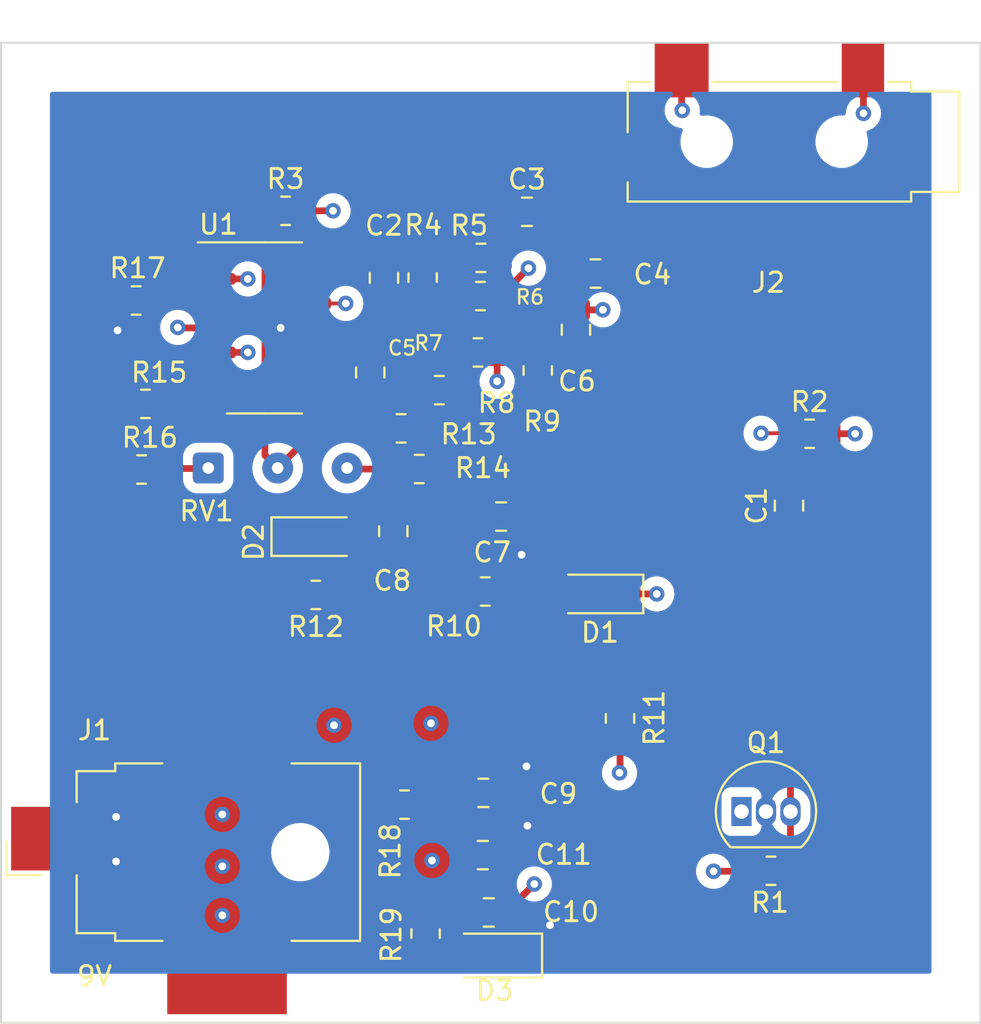
<source format=kicad_pcb>
(kicad_pcb (version 20211014) (generator pcbnew)
  (layers (0 "F.Cu" signal) (1 "In1.Cu" signal) (2 "In2.Cu" signal) (31 "B.Cu" signal) (34 "B.Paste" user) (35 "F.Paste" user) (36 "B.SilkS" user "B.Silkscreen") (37 "F.SilkS" user "F.Silkscreen") (38 "B.Mask" user) (39 "F.Mask" user) (44 "Edge.Cuts" user))
  (net 0 "")
  (net 1 "Net-(C1-Pad1)")
  (net 2 "Net-(C3-Pad1)")
  (net 3 "Net-(C3-Pad2)")
  (net 4 "Net-(C6-Pad2)")
  (net 5 "Net-(C7-Pad1)")
  (net 6 "-4V5")
  (net 7 "Net-(C6-Pad1)")
  (net 8 "GNDD")
  (net 9 "+4V5")
  (net 10 "Net-(D3-Pad2)")
  (net 12 "Net-(D2-Pad2)")
  (net 13 "Net-(R16-Pad2)")
  (net 14 "Net-(R14-Pad1)")
  (net 15 "/U1D-P")
  (net 16 "/U1D-N")
  (net 17 "/U1D-O")
  (net 18 "/U1C-P")
  (net 19 "/U1C-N")
  (net 20 "/U1C-O")
  (net 21 "/U1B-N")
  (net 22 "/U1B-O")
  (net 23 "/U1A-O")
  (net 24 "/U1A-P")
  (footprint "Resistor_SMD:R_0805_2012Metric_Pad1.20x1.40mm_HandSolder" (layer "F.Cu") (at 92.7354 71.0692)
    (fp_text reference "R2" (at 0 -1.65) (layer "F.SilkS"))
    (fp_text value "1M")
    (fp_line (start -0.227064 -0.735) (end 0.227064 -0.735) (layer "F.SilkS") (width 0.12))
    (fp_line (start -0.227064 0.735) (end 0.227064 0.735) (layer "F.SilkS") (width 0.12))
    (pad "1" smd roundrect (at -1 0) (size 1.2 1.4) (layers "F.Cu" "F.Paste" "F.Mask") (roundrect_rratio 0.208333) (net 15 "/U1D-P"))
    (pad "2" smd roundrect (at 1 0) (size 1.2 1.4) (layers "F.Cu" "F.Paste" "F.Mask") (roundrect_rratio 0.208333) (net 8 "GNDD"))
  )
  (footprint "Resistor_SMD:R_0805_2012Metric_Pad1.20x1.40mm_HandSolder" (layer "F.Cu") (at 75.6666 63.9318)
    (fp_text reference "R6" (at 2.5654 0.0508) (layer "F.SilkS") (effects (font (size 0.75 0.75) (thickness 0.12))))
    (fp_text value "1M")
    (fp_line (start -0.227064 0.735) (end 0.227064 0.735) (layer "F.SilkS") (width 0.12))
    (fp_line (start -0.227064 -0.735) (end 0.227064 -0.735) (layer "F.SilkS") (width 0.12))
    (pad "1" smd roundrect (at -1 0) (size 1.2 1.4) (layers "F.Cu" "F.Paste" "F.Mask") (roundrect_rratio 0.208333) (net 18 "/U1C-P"))
    (pad "2" smd roundrect (at 1 0) (size 1.2 1.4) (layers "F.Cu" "F.Paste" "F.Mask") (roundrect_rratio 0.208333) (net 8 "GNDD"))
  )
  (footprint "Package_SO:SOIC-14_3.9x8.7mm_P1.27mm" (layer "F.Cu") (at 64.4652 65.5828)
    (fp_text reference "U1" (at -2.3876 -5.3594) (layer "F.SilkS"))
    (fp_text value "TL084")
    (fp_line (start 0 4.435) (end -1.95 4.435) (layer "F.SilkS") (width 0.12))
    (fp_line (start 0 -4.435) (end -3.45 -4.435) (layer "F.SilkS") (width 0.12))
    (fp_line (start 0 4.435) (end 1.95 4.435) (layer "F.SilkS") (width 0.12))
    (fp_line (start 0 -4.435) (end 1.95 -4.435) (layer "F.SilkS") (width 0.12))
    (pad "1" smd roundrect (at -2.475 -3.81) (size 1.95 0.6) (layers "F.Cu" "F.Paste" "F.Mask") (net 23 "/U1A-O"))
    (pad "2" smd roundrect (at -2.475 -2.54) (size 1.95 0.6) (layers "F.Cu" "F.Paste" "F.Mask") (net 8 "GNDD"))
    (pad "3" smd roundrect (at -2.475 -1.27) (size 1.95 0.6) (layers "F.Cu" "F.Paste" "F.Mask") (net 24 "/U1A-P"))
    (pad "4" smd roundrect (at -2.475 0) (size 1.95 0.6) (layers "F.Cu" "F.Paste" "F.Mask") (net 9 "+4V5"))
    (pad "5" smd roundrect (at -2.475 1.27) (size 1.95 0.6) (layers "F.Cu" "F.Paste" "F.Mask") (net 8 "GNDD"))
    (pad "6" smd roundrect (at -2.475 2.54) (size 1.95 0.6) (layers "F.Cu" "F.Paste" "F.Mask") (net 21 "/U1B-N"))
    (pad "7" smd roundrect (at -2.475 3.81) (size 1.95 0.6) (layers "F.Cu" "F.Paste" "F.Mask") (net 22 "/U1B-O"))
    (pad "8" smd roundrect (at 2.475 3.81) (size 1.95 0.6) (layers "F.Cu" "F.Paste" "F.Mask") (net 20 "/U1C-O"))
    (pad "9" smd roundrect (at 2.475 2.54) (size 1.95 0.6) (layers "F.Cu" "F.Paste" "F.Mask") (net 19 "/U1C-N"))
    (pad "10" smd roundrect (at 2.475 1.27) (size 1.95 0.6) (layers "F.Cu" "F.Paste" "F.Mask") (net 18 "/U1C-P"))
    (pad "11" smd roundrect (at 2.475 0) (size 1.95 0.6) (layers "F.Cu" "F.Paste" "F.Mask") (net 6 "-4V5"))
    (pad "12" smd roundrect (at 2.475 -1.27) (size 1.95 0.6) (layers "F.Cu" "F.Paste" "F.Mask") (net 15 "/U1D-P"))
    (pad "13" smd roundrect (at 2.475 -2.54) (size 1.95 0.6) (layers "F.Cu" "F.Paste" "F.Mask") (net 16 "/U1D-N"))
    (pad "14" smd roundrect (at 2.475 -3.81) (size 1.95 0.6) (layers "F.Cu" "F.Paste" "F.Mask") (net 17 "/U1D-O"))
  )
  (footprint "Connector_BarrelJack:BarrelJack_CUI_PJ-036AH-SMT_Horizontal" (layer "F.Cu") (at 59.325 92.7608 90)
    (fp_text reference "J1" (at 6.3246 -3.6736 180) (layer "F.SilkS"))
    (fp_text value "9V")
    (fp_line (start 4.6 10.1) (end -4.6 10.1) (layer "F.SilkS") (width 0.12))
    (fp_line (start -1.19 -6.5) (end -1.19 -8.24) (layer "F.SilkS") (width 0.12))
    (fp_line (start -4.2 -2.6) (end -4.2 -4.6) (layer "F.SilkS") (width 0.12))
    (fp_line (start 4.2 -2.6) (end 4.6 -2.6) (layer "F.SilkS") (width 0.12))
    (fp_line (start 4.6 -2.6) (end 4.6 -0.15) (layer "F.SilkS") (width 0.12))
    (fp_line (start -4.2 -4.6) (end -1.2 -4.6) (layer "F.SilkS") (width 0.12))
    (fp_line (start 2.6 -4.6) (end 4.2 -4.6) (layer "F.SilkS") (width 0.12))
    (fp_line (start -1.19 -8.24) (end 0.55 -8.24) (layer "F.SilkS") (width 0.12))
    (fp_line (start -4.6 -0.15) (end -4.6 -2.6) (layer "F.SilkS") (width 0.12))
    (fp_line (start 4.6 6.55) (end 4.6 10.1) (layer "F.SilkS") (width 0.12))
    (fp_line (start 4.2 -4.6) (end 4.2 -2.6) (layer "F.SilkS") (width 0.12))
    (fp_line (start -4.6 -2.6) (end -4.2 -2.6) (layer "F.SilkS") (width 0.12))
    (fp_line (start -4.6 10.1) (end -4.6 6.55) (layer "F.SilkS") (width 0.12))
    (pad "" np_thru_hole circle locked (at 0 7 90) (size 2 2) (drill 2) (layers *.Cu *.Mask))
    (pad "1" smd rect locked (at 0.7 -5.8 90) (size 3.3 4.4) (layers "F.Cu" "F.Paste" "F.Mask") (net 6 "-4V5"))
    (pad "2" smd rect locked (at -6.45 3.2 90) (size 3.9 6.2) (layers "F.Cu" "F.Paste" "F.Mask") (net 9 "+4V5"))
    (pad "3" smd rect locked (at 6.45 3.2 90) (size 3.9 6.2) (layers "F.Cu" "F.Paste" "F.Mask"))
  )
  (footprint "Capacitor_SMD:C_0805_2012Metric_Pad1.18x1.45mm_HandSolder" (layer "F.Cu") (at 81.6356 62.7634 180)
    (fp_text reference "C4" (at -2.9464 -0.0508) (layer "F.SilkS"))
    (fp_text value "3.3nF")
    (fp_line (start -0.261252 0.735) (end 0.261252 0.735) (layer "F.SilkS") (width 0.12))
    (fp_line (start -0.261252 -0.735) (end 0.261252 -0.735) (layer "F.SilkS") (width 0.12))
    (pad "1" smd roundrect (at -1.0375 0 180) (size 1.175 1.45) (layers "F.Cu" "F.Paste" "F.Mask") (roundrect_rratio 0.212766) (net 3 "Net-(C3-Pad2)"))
    (pad "2" smd roundrect (at 1.0375 0 180) (size 1.175 1.45) (layers "F.Cu" "F.Paste" "F.Mask") (roundrect_rratio 0.212766) (net 18 "/U1C-P"))
  )
  (footprint "Resistor_SMD:R_0805_2012Metric_Pad1.20x1.40mm_HandSolder" (layer "F.Cu") (at 71.5518 70.7898)
    (fp_text reference "R13" (at 3.5052 0.3048) (layer "F.SilkS"))
    (fp_text value "2.2M")
    (fp_line (start -0.227064 0.735) (end 0.227064 0.735) (layer "F.SilkS") (width 0.12))
    (fp_line (start -0.227064 -0.735) (end 0.227064 -0.735) (layer "F.SilkS") (width 0.12))
    (pad "1" smd roundrect (at -1 0) (size 1.2 1.4) (layers "F.Cu" "F.Paste" "F.Mask") (roundrect_rratio 0.208333) (net 23 "/U1A-O"))
    (pad "2" smd roundrect (at 1 0) (size 1.2 1.4) (layers "F.Cu" "F.Paste" "F.Mask") (roundrect_rratio 0.208333) (net 21 "/U1B-N"))
  )
  (footprint "Capacitor_SMD:C_0805_2012Metric_Pad1.18x1.45mm_HandSolder" (layer "F.Cu") (at 76.7334 75.3618)
    (fp_text reference "C7" (at -0.4572 1.8542) (layer "F.SilkS"))
    (fp_text value "47uF")
    (fp_line (start -0.261252 0.735) (end 0.261252 0.735) (layer "F.SilkS") (width 0.12))
    (fp_line (start -0.261252 -0.735) (end 0.261252 -0.735) (layer "F.SilkS") (width 0.12))
    (pad "1" smd roundrect (at -1.0375 0) (size 1.175 1.45) (layers "F.Cu" "F.Paste" "F.Mask") (roundrect_rratio 0.212766) (net 5 "Net-(C7-Pad1)"))
    (pad "2" smd roundrect (at 1.0375 0) (size 1.175 1.45) (layers "F.Cu" "F.Paste" "F.Mask") (roundrect_rratio 0.212766) (net 6 "-4V5"))
  )
  (footprint "Resistor_SMD:R_0805_2012Metric_Pad1.20x1.40mm_HandSolder" (layer "F.Cu") (at 67.1322 79.4258 180)
    (fp_text reference "R12" (at 0 -1.65) (layer "F.SilkS"))
    (fp_text value "10k")
    (fp_line (start -0.227064 -0.735) (end 0.227064 -0.735) (layer "F.SilkS") (width 0.12))
    (fp_line (start -0.227064 0.735) (end 0.227064 0.735) (layer "F.SilkS") (width 0.12))
    (pad "1" smd roundrect (at -1 0 180) (size 1.2 1.4) (layers "F.Cu" "F.Paste" "F.Mask") (roundrect_rratio 0.208333) (net 5 "Net-(C7-Pad1)"))
    (pad "2" smd roundrect (at 1 0 180) (size 1.2 1.4) (layers "F.Cu" "F.Paste" "F.Mask") (roundrect_rratio 0.208333) (net 22 "/U1B-O"))
  )
  (footprint "Capacitor_SMD:C_0805_2012Metric_Pad1.18x1.45mm_HandSolder" (layer "F.Cu") (at 76.0984 95.885 180)
    (fp_text reference "C10" (at -4.2672 0.0254) (layer "F.SilkS"))
    (fp_text value "100nF")
    (fp_line (start -0.261252 0.735) (end 0.261252 0.735) (layer "F.SilkS") (width 0.12))
    (fp_line (start -0.261252 -0.735) (end 0.261252 -0.735) (layer "F.SilkS") (width 0.12))
    (pad "1" smd roundrect (at -1.0375 0 180) (size 1.175 1.45) (layers "F.Cu" "F.Paste" "F.Mask") (roundrect_rratio 0.212766) (net 9 "+4V5"))
    (pad "2" smd roundrect (at 1.0375 0 180) (size 1.175 1.45) (layers "F.Cu" "F.Paste" "F.Mask") (roundrect_rratio 0.212766) (net 8 "GNDD"))
  )
  (footprint "Capacitor_SMD:C_0805_2012Metric_Pad1.18x1.45mm_HandSolder" (layer "F.Cu") (at 70.6628 62.992 90)
    (fp_text reference "C2" (at 2.7178 0 180) (layer "F.SilkS"))
    (fp_text value "47pF")
    (fp_line (start -0.261252 0.735) (end 0.261252 0.735) (layer "F.SilkS") (width 0.12))
    (fp_line (start -0.261252 -0.735) (end 0.261252 -0.735) (layer "F.SilkS") (width 0.12))
    (pad "1" smd roundrect (at -1.0375 0 90) (size 1.175 1.45) (layers "F.Cu" "F.Paste" "F.Mask") (roundrect_rratio 0.212766) (net 16 "/U1D-N"))
    (pad "2" smd roundrect (at 1.0375 0 90) (size 1.175 1.45) (layers "F.Cu" "F.Paste" "F.Mask") (roundrect_rratio 0.212766) (net 17 "/U1D-O"))
  )
  (footprint "Resistor_SMD:R_0805_2012Metric_Pad1.20x1.40mm_HandSolder" (layer "F.Cu") (at 58.293 69.5198)
    (fp_text reference "R15" (at 0.7112 -1.6256) (layer "F.SilkS"))
    (fp_text value "33k")
    (fp_line (start -0.227064 0.735) (end 0.227064 0.735) (layer "F.SilkS") (width 0.12))
    (fp_line (start -0.227064 -0.735) (end 0.227064 -0.735) (layer "F.SilkS") (width 0.12))
    (pad "1" smd roundrect (at -1 0) (size 1.2 1.4) (layers "F.Cu" "F.Paste" "F.Mask") (roundrect_rratio 0.208333) (net 24 "/U1A-P"))
    (pad "2" smd roundrect (at 1 0) (size 1.2 1.4) (layers "F.Cu" "F.Paste" "F.Mask") (roundrect_rratio 0.208333) (net 22 "/U1B-O"))
  )
  (footprint "Resistor_SMD:R_0805_2012Metric_Pad1.20x1.40mm_HandSolder" (layer "F.Cu") (at 72.8218 96.9772 -90)
    (fp_text reference "R19" (at 0.0762 1.778 90) (layer "F.SilkS"))
    (fp_text value "2.2k")
    (fp_line (start -0.227064 0.735) (end 0.227064 0.735) (layer "F.SilkS") (width 0.12))
    (fp_line (start -0.227064 -0.735) (end 0.227064 -0.735) (layer "F.SilkS") (width 0.12))
    (pad "1" smd roundrect (at -1 0 270) (size 1.2 1.4) (layers "F.Cu" "F.Paste" "F.Mask") (roundrect_rratio 0.208333) (net 8 "GNDD"))
    (pad "2" smd roundrect (at 1 0 270) (size 1.2 1.4) (layers "F.Cu" "F.Paste" "F.Mask") (roundrect_rratio 0.208333) (net 10 "Net-(D3-Pad2)"))
  )
  (footprint "Resistor_SMD:R_0805_2012Metric_Pad1.20x1.40mm_HandSolder" (layer "F.Cu") (at 72.4916 72.898)
    (fp_text reference "R14" (at 3.302 -0.0508) (layer "F.SilkS"))
    (fp_text value "100k")
    (fp_line (start -0.227064 0.735) (end 0.227064 0.735) (layer "F.SilkS") (width 0.12))
    (fp_line (start -0.227064 -0.735) (end 0.227064 -0.735) (layer "F.SilkS") (width 0.12))
    (pad "1" smd roundrect (at -1 0) (size 1.2 1.4) (layers "F.Cu" "F.Paste" "F.Mask") (roundrect_rratio 0.208333) (net 14 "Net-(R14-Pad1)"))
    (pad "2" smd roundrect (at 1 0) (size 1.2 1.4) (layers "F.Cu" "F.Paste" "F.Mask") (roundrect_rratio 0.208333) (net 12 "Net-(D2-Pad2)"))
  )
  (footprint "Diode_SMD:D_1206_3216Metric_Pad1.42x1.75mm_HandSolder" (layer "F.Cu") (at 76.4032 98.1202 180)
    (fp_text reference "D3" (at 0 -1.82) (layer "F.SilkS"))
    (fp_text value "GRN")
    (fp_line (start -2.46 -1.135) (end -2.46 1.135) (layer "F.SilkS") (width 0.12))
    (fp_line (start -2.46 1.135) (end 1.6 1.135) (layer "F.SilkS") (width 0.12))
    (fp_line (start 1.6 -1.135) (end -2.46 -1.135) (layer "F.SilkS") (width 0.12))
    (pad "1" smd roundrect (at -1.4875 0 180) (size 1.425 1.75) (layers "F.Cu" "F.Paste" "F.Mask") (roundrect_rratio 0.175439) (net 6 "-4V5"))
    (pad "2" smd roundrect (at 1.4875 0 180) (size 1.425 1.75) (layers "F.Cu" "F.Paste" "F.Mask") (roundrect_rratio 0.175439) (net 10 "Net-(D3-Pad2)"))
  )
  (footprint "Diode_SMD:D_SOD-123" (layer "F.Cu") (at 81.8642 79.375 180)
    (fp_text reference "D1" (at 0 -2) (layer "F.SilkS"))
    (fp_text value "MMSD4148")
    (fp_line (start -2.25 1) (end 1.65 1) (layer "F.SilkS") (width 0.12))
    (fp_line (start -2.25 -1) (end 1.65 -1) (layer "F.SilkS") (width 0.12))
    (fp_line (start -2.25 -1) (end -2.25 1) (layer "F.SilkS") (width 0.12))
    (pad "1" smd rect (at -1.65 0 180) (size 0.9 1.2) (layers "F.Cu" "F.Paste" "F.Mask") (net 8 "GNDD"))
    (pad "2" smd rect (at 1.65 0 180) (size 0.9 1.2) (layers "F.Cu" "F.Paste" "F.Mask") (net 3 "Net-(C3-Pad2)"))
  )
  (footprint "Resistor_SMD:R_0805_2012Metric_Pad1.20x1.40mm_HandSolder" (layer "F.Cu") (at 82.9056 85.8266 90)
    (fp_text reference "R11" (at 0.0254 1.778 90) (layer "F.SilkS"))
    (fp_text value "120k")
    (fp_line (start -0.227064 -0.735) (end 0.227064 -0.735) (layer "F.SilkS") (width 0.12))
    (fp_line (start -0.227064 0.735) (end 0.227064 0.735) (layer "F.SilkS") (width 0.12))
    (pad "1" smd roundrect (at -1 0 90) (size 1.2 1.4) (layers "F.Cu" "F.Paste" "F.Mask") (roundrect_rratio 0.208333) (net 9 "+4V5"))
    (pad "2" smd roundrect (at 1 0 90) (size 1.2 1.4) (layers "F.Cu" "F.Paste" "F.Mask") (roundrect_rratio 0.208333) (net 5 "Net-(C7-Pad1)"))
  )
  (footprint "Capacitor_SMD:C_0805_2012Metric_Pad1.18x1.45mm_HandSolder" (layer "F.Cu") (at 75.7936 92.9132)
    (fp_text reference "C11" (at 4.191 -0.0254) (layer "F.SilkS"))
    (fp_text value "100nF")
    (fp_line (start -0.261252 0.735) (end 0.261252 0.735) (layer "F.SilkS") (width 0.12))
    (fp_line (start -0.261252 -0.735) (end 0.261252 -0.735) (layer "F.SilkS") (width 0.12))
    (pad "1" smd roundrect (at -1.0375 0) (size 1.175 1.45) (layers "F.Cu" "F.Paste" "F.Mask") (roundrect_rratio 0.212766) (net 8 "GNDD"))
    (pad "2" smd roundrect (at 1.0375 0) (size 1.175 1.45) (layers "F.Cu" "F.Paste" "F.Mask") (roundrect_rratio 0.212766) (net 6 "-4V5"))
  )
  (footprint "Capacitor_SMD:C_0805_2012Metric_Pad1.18x1.45mm_HandSolder" (layer "F.Cu") (at 91.6686 74.803 90)
    (fp_text reference "C1" (at 0 -1.68 90) (layer "F.SilkS"))
    (fp_text value "100nF")
    (fp_line (start -0.261252 0.735) (end 0.261252 0.735) (layer "F.SilkS") (width 0.12))
    (fp_line (start -0.261252 -0.735) (end 0.261252 -0.735) (layer "F.SilkS") (width 0.12))
    (pad "1" smd roundrect (at -1.0375 0 90) (size 1.175 1.45) (layers "F.Cu" "F.Paste" "F.Mask") (roundrect_rratio 0.212766) (net 1 "Net-(C1-Pad1)"))
    (pad "2" smd roundrect (at 1.0375 0 90) (size 1.175 1.45) (layers "F.Cu" "F.Paste" "F.Mask") (roundrect_rratio 0.212766) (net 15 "/U1D-P"))
  )
  (footprint "Capacitor_SMD:C_0805_2012Metric_Pad1.18x1.45mm_HandSolder" (layer "F.Cu") (at 69.9516 67.8942 -90)
    (fp_text reference "C5" (at -1.27 -1.651 180) (layer "F.SilkS") (effects (font (size 0.75 0.75) (thickness 0.12))))
    (fp_text value "47pF")
    (fp_line (start -0.261252 0.735) (end 0.261252 0.735) (layer "F.SilkS") (width 0.12))
    (fp_line (start -0.261252 -0.735) (end 0.261252 -0.735) (layer "F.SilkS") (width 0.12))
    (pad "1" smd roundrect (at -1.0375 0 270) (size 1.175 1.45) (layers "F.Cu" "F.Paste" "F.Mask") (roundrect_rratio 0.212766) (net 19 "/U1C-N"))
    (pad "2" smd roundrect (at 1.0375 0 270) (size 1.175 1.45) (layers "F.Cu" "F.Paste" "F.Mask") (roundrect_rratio 0.212766) (net 20 "/U1C-O"))
  )
  (footprint "Capacitor_SMD:C_0805_2012Metric_Pad1.18x1.45mm_HandSolder" (layer "F.Cu") (at 80.6196 65.6844 90)
    (fp_text reference "C6" (at -2.667 0.0508 180) (layer "F.SilkS"))
    (fp_text value "220nF")
    (fp_line (start -0.261252 0.735) (end 0.261252 0.735) (layer "F.SilkS") (width 0.12))
    (fp_line (start -0.261252 -0.735) (end 0.261252 -0.735) (layer "F.SilkS") (width 0.12))
    (pad "1" smd roundrect (at -1.0375 0 90) (size 1.175 1.45) (layers "F.Cu" "F.Paste" "F.Mask") (roundrect_rratio 0.212766) (net 7 "Net-(C6-Pad1)"))
    (pad "2" smd roundrect (at 1.0375 0 90) (size 1.175 1.45) (layers "F.Cu" "F.Paste" "F.Mask") (roundrect_rratio 0.212766) (net 4 "Net-(C6-Pad2)"))
  )
  (footprint "Resistor_SMD:R_0805_2012Metric_Pad1.20x1.40mm_HandSolder" (layer "F.Cu") (at 65.5574 59.5122)
    (fp_text reference "R3" (at 0 -1.65) (layer "F.SilkS"))
    (fp_text value "4.7k")
    (fp_line (start -0.227064 -0.735) (end 0.227064 -0.735) (layer "F.SilkS") (width 0.12))
    (fp_line (start -0.227064 0.735) (end 0.227064 0.735) (layer "F.SilkS") (width 0.12))
    (pad "1" smd roundrect (at -1 0) (size 1.2 1.4) (layers "F.Cu" "F.Paste" "F.Mask") (roundrect_rratio 0.208333) (net 16 "/U1D-N"))
    (pad "2" smd roundrect (at 1 0) (size 1.2 1.4) (layers "F.Cu" "F.Paste" "F.Mask") (roundrect_rratio 0.208333) (net 8 "GNDD"))
  )
  (footprint "Resistor_SMD:R_0805_2012Metric_Pad1.20x1.40mm_HandSolder" (layer "F.Cu") (at 72.6694 62.9666 90)
    (fp_text reference "R4" (at 2.7178 0.0254 180) (layer "F.SilkS"))
    (fp_text value "10k")
    (fp_line (start -0.227064 0.735) (end 0.227064 0.735) (layer "F.SilkS") (width 0.12))
    (fp_line (start -0.227064 -0.735) (end 0.227064 -0.735) (layer "F.SilkS") (width 0.12))
    (pad "1" smd roundrect (at -1 0 90) (size 1.2 1.4) (layers "F.Cu" "F.Paste" "F.Mask") (roundrect_rratio 0.208333) (net 16 "/U1D-N"))
    (pad "2" smd roundrect (at 1 0 90) (size 1.2 1.4) (layers "F.Cu" "F.Paste" "F.Mask") (roundrect_rratio 0.208333) (net 17 "/U1D-O"))
  )
  (footprint "Resistor_SMD:R_0805_2012Metric_Pad1.20x1.40mm_HandSolder" (layer "F.Cu") (at 75.5396 66.8528)
    (fp_text reference "R7" (at -2.5654 -0.4826) (layer "F.SilkS") (effects (font (size 0.75 0.75) (thickness 0.12))))
    (fp_text value "100k")
    (fp_line (start -0.227064 -0.735) (end 0.227064 -0.735) (layer "F.SilkS") (width 0.12))
    (fp_line (start -0.227064 0.735) (end 0.227064 0.735) (layer "F.SilkS") (width 0.12))
    (pad "1" smd roundrect (at -1 0) (size 1.2 1.4) (layers "F.Cu" "F.Paste" "F.Mask") (roundrect_rratio 0.208333) (net 19 "/U1C-N"))
    (pad "2" smd roundrect (at 1 0) (size 1.2 1.4) (layers "F.Cu" "F.Paste" "F.Mask") (roundrect_rratio 0.208333) (net 8 "GNDD"))
  )
  (footprint "Resistor_SMD:R_0805_2012Metric_Pad1.20x1.40mm_HandSolder" (layer "F.Cu") (at 78.6384 67.7926 90)
    (fp_text reference "R9" (at -2.6416 0.2286 180) (layer "F.SilkS"))
    (fp_text value "1k")
    (fp_line (start -0.227064 0.735) (end 0.227064 0.735) (layer "F.SilkS") (width 0.12))
    (fp_line (start -0.227064 -0.735) (end 0.227064 -0.735) (layer "F.SilkS") (width 0.12))
    (pad "1" smd roundrect (at -1 0 90) (size 1.2 1.4) (layers "F.Cu" "F.Paste" "F.Mask") (roundrect_rratio 0.208333) (net 20 "/U1C-O"))
    (pad "2" smd roundrect (at 1 0 90) (size 1.2 1.4) (layers "F.Cu" "F.Paste" "F.Mask") (roundrect_rratio 0.208333) (net 7 "Net-(C6-Pad1)"))
  )
  (footprint "Resistor_SMD:R_0805_2012Metric_Pad1.20x1.40mm_HandSolder" (layer "F.Cu") (at 71.7296 90.297)
    (fp_text reference "R18" (at -0.7366 2.413 90) (layer "F.SilkS"))
    (fp_text value "3.9k")
    (fp_line (start -0.227064 0.735) (end 0.227064 0.735) (layer "F.SilkS") (width 0.12))
    (fp_line (start -0.227064 -0.735) (end 0.227064 -0.735) (layer "F.SilkS") (width 0.12))
    (pad "1" smd roundrect (at -1 0) (size 1.2 1.4) (layers "F.Cu" "F.Paste" "F.Mask") (roundrect_rratio 0.208333) (net 9 "+4V5"))
    (pad "2" smd roundrect (at 1 0) (size 1.2 1.4) (layers "F.Cu" "F.Paste" "F.Mask") (roundrect_rratio 0.208333) (net 8 "GNDD"))
  )
  (footprint "Resistor_SMD:R_0805_2012Metric_Pad1.20x1.40mm_HandSolder" (layer "F.Cu") (at 75.692 61.9506)
    (fp_text reference "R5" (at -0.6096 -1.6764) (layer "F.SilkS"))
    (fp_text value "22k")
    (fp_line (start -0.227064 0.735) (end 0.227064 0.735) (layer "F.SilkS") (width 0.12))
    (fp_line (start -0.227064 -0.735) (end 0.227064 -0.735) (layer "F.SilkS") (width 0.12))
    (pad "1" smd roundrect (at -1 0) (size 1.2 1.4) (layers "F.Cu" "F.Paste" "F.Mask") (roundrect_rratio 0.208333) (net 17 "/U1D-O"))
    (pad "2" smd roundrect (at 1 0) (size 1.2 1.4) (layers "F.Cu" "F.Paste" "F.Mask") (roundrect_rratio 0.208333) (net 2 "Net-(C3-Pad1)"))
  )
  (footprint "Resistor_SMD:R_0805_2012Metric_Pad1.20x1.40mm_HandSolder" (layer "F.Cu") (at 90.7288 93.726)
    (fp_text reference "R1" (at -0.0508 1.651) (layer "F.SilkS"))
    (fp_text value "1M")
    (fp_line (start -0.227064 -0.735) (end 0.227064 -0.735) (layer "F.SilkS") (width 0.12))
    (fp_line (start -0.227064 0.735) (end 0.227064 0.735) (layer "F.SilkS") (width 0.12))
    (pad "1" smd roundrect (at -1 0) (size 1.2 1.4) (layers "F.Cu" "F.Paste" "F.Mask") (roundrect_rratio 0.208333) (net 9 "+4V5"))
    (pad "2" smd roundrect (at 1 0) (size 1.2 1.4) (layers "F.Cu" "F.Paste" "F.Mask") (roundrect_rratio 0.208333) (net 1 "Net-(C1-Pad1)"))
  )
  (footprint "Resistor_SMD:R_0805_2012Metric_Pad1.20x1.40mm_HandSolder" (layer "F.Cu") (at 75.9206 79.248)
    (fp_text reference "R10" (at -1.6256 1.8034) (layer "F.SilkS"))
    (fp_text value "100k")
    (fp_line (start -0.227064 -0.735) (end 0.227064 -0.735) (layer "F.SilkS") (width 0.12))
    (fp_line (start -0.227064 0.735) (end 0.227064 0.735) (layer "F.SilkS") (width 0.12))
    (pad "1" smd roundrect (at -1 0) (size 1.2 1.4) (layers "F.Cu" "F.Paste" "F.Mask") (roundrect_rratio 0.208333) (net 5 "Net-(C7-Pad1)"))
    (pad "2" smd roundrect (at 1 0) (size 1.2 1.4) (layers "F.Cu" "F.Paste" "F.Mask") (roundrect_rratio 0.208333) (net 3 "Net-(C3-Pad2)"))
  )
  (footprint "Resistor_SMD:R_0805_2012Metric_Pad1.20x1.40mm_HandSolder" (layer "F.Cu") (at 73.533 68.8086 180)
    (fp_text reference "R8" (at -2.9718 -0.6604) (layer "F.SilkS"))
    (fp_text value "100k")
    (fp_line (start -0.227064 -0.735) (end 0.227064 -0.735) (layer "F.SilkS") (width 0.12))
    (fp_line (start -0.227064 0.735) (end 0.227064 0.735) (layer "F.SilkS") (width 0.12))
    (pad "1" smd roundrect (at -1 0 180) (size 1.2 1.4) (layers "F.Cu" "F.Paste" "F.Mask") (roundrect_rratio 0.208333) (net 19 "/U1C-N"))
    (pad "2" smd roundrect (at 1 0 180) (size 1.2 1.4) (layers "F.Cu" "F.Paste" "F.Mask") (roundrect_rratio 0.208333) (net 20 "/U1C-O"))
  )
  (footprint "audo-proj:Jack_3.5mm_CUI_MJ-3523-SMT" (layer "F.Cu") (at 90.6018 55.9308 180)
    (fp_text reference "J2" (at 0 -7.3 180) (layer "F.SilkS"))
    (fp_text value "Output")
    (fp_line (start -7.4 -2.6) (end -7.4 -3.1) (layer "F.SilkS") (width 0.12))
    (fp_line (start -6.2 3.1) (end -7.4 3.1) (layer "F.SilkS") (width 0.12))
    (fp_line (start -7.4 3.1) (end -7.4 2.6) (layer "F.SilkS") (width 0.12))
    (fp_line (start 7.3 3.1) (end 6.1 3.1) (layer "F.SilkS") (width 0.12))
    (fp_line (start 7.3 -3.1) (end 7.3 -2.1) (layer "F.SilkS") (width 0.12))
    (fp_line (start -7.4 -3.1) (end 7.3 -3.1) (layer "F.SilkS") (width 0.12))
    (fp_line (start -9.9 -2.6) (end -7.4 -2.6) (layer "F.SilkS") (width 0.12))
    (fp_line (start -7.4 2.6) (end -9.9 2.6) (layer "F.SilkS") (width 0.12))
    (fp_line (start -9.9 2.6) (end -9.9 -2.6) (layer "F.SilkS") (width 0.12))
    (fp_line (start 7.3 0.5) (end 7.3 3.1) (layer "F.SilkS") (width 0.12))
    (fp_line (start 2.9 3.1) (end -3.6 3.1) (layer "F.SilkS") (width 0.12))
    (pad "" np_thru_hole circle locked (at 3.2 0 270) (size 1.7 1.7) (drill 1.7) (layers *.Cu *.Mask))
    (pad "" np_thru_hole circle locked (at -3.8 0 270) (size 1.7 1.7) (drill 1.7) (layers *.Cu *.Mask))
    (pad "R" smd rect locked (at 8.5 -0.80337 180) (size 2.6 2.2) (layers "F.Cu" "F.Paste" "F.Mask"))
    (pad "S" smd rect locked (at -4.9 3.7 270) (size 2.8 2.2) (layers "F.Cu" "F.Paste" "F.Mask") (net 8 "GNDD"))
    (pad "T" smd rect locked (at 4.5 3.7 270) (size 2.8 2.8) (layers "F.Cu" "F.Paste" "F.Mask") (net 4 "Net-(C6-Pad2)"))
  )
  (footprint "Resistor_SMD:R_0805_2012Metric_Pad1.20x1.40mm_HandSolder" (layer "F.Cu") (at 57.8104 64.1604 180)
    (fp_text reference "R17" (at -0.0762 1.6764) (layer "F.SilkS"))
    (fp_text value "220k")
    (fp_line (start -0.227064 -0.735) (end 0.227064 -0.735) (layer "F.SilkS") (width 0.12))
    (fp_line (start -0.227064 0.735) (end 0.227064 0.735) (layer "F.SilkS") (width 0.12))
    (pad "1" smd roundrect (at -1 0 180) (size 1.2 1.4) (layers "F.Cu" "F.Paste" "F.Mask") (roundrect_rratio 0.208333) (net 24 "/U1A-P"))
    (pad "2" smd roundrect (at 1 0 180) (size 1.2 1.4) (layers "F.Cu" "F.Paste" "F.Mask") (roundrect_rratio 0.208333) (net 6 "-4V5"))
  )
  (footprint "Diode_SMD:D_SOD-123" (layer "F.Cu") (at 67.0814 76.4032)
    (fp_text reference "D2" (at -3.175 0.2794 90) (layer "F.SilkS"))
    (fp_text value "MMSD4148")
    (fp_line (start -2.25 -1) (end -2.25 1) (layer "F.SilkS") (width 0.12))
    (fp_line (start -2.25 1) (end 1.65 1) (layer "F.SilkS") (width 0.12))
    (fp_line (start -2.25 -1) (end 1.65 -1) (layer "F.SilkS") (width 0.12))
    (pad "1" smd rect (at -1.65 0) (size 0.9 1.2) (layers "F.Cu" "F.Paste" "F.Mask") (net 21 "/U1B-N"))
    (pad "2" smd rect (at 1.65 0) (size 0.9 1.2) (layers "F.Cu" "F.Paste" "F.Mask") (net 12 "Net-(D2-Pad2)"))
  )
  (footprint "Capacitor_SMD:C_0805_2012Metric_Pad1.18x1.45mm_HandSolder" (layer "F.Cu") (at 75.819 89.6874)
    (fp_text reference "C9" (at 3.8862 0.0508) (layer "F.SilkS"))
    (fp_text value "220uF")
    (fp_line (start -0.261252 -0.735) (end 0.261252 -0.735) (layer "F.SilkS") (width 0.12))
    (fp_line (start -0.261252 0.735) (end 0.261252 0.735) (layer "F.SilkS") (width 0.12))
    (pad "1" smd roundrect (at -1.0375 0) (size 1.175 1.45) (layers "F.Cu" "F.Paste" "F.Mask") (roundrect_rratio 0.212766) (net 8 "GNDD"))
    (pad "2" smd roundrect (at 1.0375 0) (size 1.175 1.45) (layers "F.Cu" "F.Paste" "F.Mask") (roundrect_rratio 0.212766) (net 6 "-4V5"))
  )
  (footprint "Package_TO_SOT_THT:TO-92_Inline" (layer "F.Cu") (at 89.2048 90.657)
    (fp_text reference "Q1" (at 1.27 -3.56) (layer "F.SilkS"))
    (fp_text value "BC547")
    (fp_line (start -0.53 1.85) (end 3.07 1.85) (layer "F.SilkS") (width 0.12))
    (fp_arc (start -0.568478 1.838478) (mid -1.132087 -0.994977) (end 1.27 -2.6) (layer "F.SilkS") (width 0.12))
    (fp_arc (start 1.27 -2.6) (mid 3.672087 -0.994977) (end 3.108478 1.838478) (layer "F.SilkS") (width 0.12))
    (pad "1" thru_hole rect (at 0 0) (size 1.05 1.5) (drill 0.75) (layers *.Cu *.Mask))
    (pad "2" thru_hole oval (at 1.27 0) (size 1.05 1.5) (drill 0.75) (layers *.Cu *.Mask) (net 6 "-4V5"))
    (pad "3" thru_hole oval (at 2.54 0) (size 1.05 1.5) (drill 0.75) (layers *.Cu *.Mask) (net 1 "Net-(C1-Pad1)"))
  )
  (footprint "Resistor_SMD:R_0805_2012Metric_Pad1.20x1.40mm_HandSolder" (layer "F.Cu") (at 58.0898 72.9234)
    (fp_text reference "R16" (at 0.4318 -1.651) (layer "F.SilkS"))
    (fp_text value "100k")
    (fp_line (start -0.227064 0.735) (end 0.227064 0.735) (layer "F.SilkS") (width 0.12))
    (fp_line (start -0.227064 -0.735) (end 0.227064 -0.735) (layer "F.SilkS") (width 0.12))
    (pad "1" smd roundrect (at -1 0) (size 1.2 1.4) (layers "F.Cu" "F.Paste" "F.Mask") (roundrect_rratio 0.208333) (net 24 "/U1A-P"))
    (pad "2" smd roundrect (at 1 0) (size 1.2 1.4) (layers "F.Cu" "F.Paste" "F.Mask") (roundrect_rratio 0.208333) (net 13 "Net-(R16-Pad2)"))
  )
  (footprint "Capacitor_SMD:C_0805_2012Metric_Pad1.18x1.45mm_HandSolder" (layer "F.Cu") (at 71.1454 76.1238 -90)
    (fp_text reference "C8" (at 2.5654 0.0508 180) (layer "F.SilkS"))
    (fp_text value "2.2uF")
    (fp_line (start -0.261252 0.735) (end 0.261252 0.735) (layer "F.SilkS") (width 0.12))
    (fp_line (start -0.261252 -0.735) (end 0.261252 -0.735) (layer "F.SilkS") (width 0.12))
    (pad "1" smd roundrect (at -1.0375 0 270) (size 1.175 1.45) (layers "F.Cu" "F.Paste" "F.Mask") (roundrect_rratio 0.212766) (net 21 "/U1B-N"))
    (pad "2" smd roundrect (at 1.0375 0 270) (size 1.175 1.45) (layers "F.Cu" "F.Paste" "F.Mask") (roundrect_rratio 0.212766) (net 22 "/U1B-O"))
  )
  (footprint "Capacitor_SMD:C_0805_2012Metric_Pad1.18x1.45mm_HandSolder" (layer "F.Cu") (at 78.0796 59.563)
    (fp_text reference "C3" (at 0 -1.68) (layer "F.SilkS"))
    (fp_text value "220nF")
    (fp_line (start -0.261252 -0.735) (end 0.261252 -0.735) (layer "F.SilkS") (width 0.12))
    (fp_line (start -0.261252 0.735) (end 0.261252 0.735) (layer "F.SilkS") (width 0.12))
    (pad "1" smd roundrect (at -1.0375 0) (size 1.175 1.45) (layers "F.Cu" "F.Paste" "F.Mask") (roundrect_rratio 0.212766) (net 2 "Net-(C3-Pad1)"))
    (pad "2" smd roundrect (at 1.0375 0) (size 1.175 1.45) (layers "F.Cu" "F.Paste" "F.Mask") (roundrect_rratio 0.212766) (net 3 "Net-(C3-Pad2)"))
  )
  (footprint "Connector_Wire:SolderWire-0.1sqmm_1x03_P3.6mm_D0.4mm_OD1mm" (layer "F.Cu") (at 61.551 72.8472)
    (fp_text reference "RV1" (at -0.083 2.2352) (layer "F.SilkS"))
    (fp_text value "2.5M")
    (pad "1" thru_hole roundrect (at 0 0) (size 1.6 1.6) (drill 0.6) (layers *.Cu *.Mask) (roundrect_rratio 0.15625) (net 13 "Net-(R16-Pad2)"))
    (pad "2" thru_hole circle (at 3.6 0) (size 1.6 1.6) (drill 0.6) (layers *.Cu *.Mask) (net 23 "/U1A-O"))
    (pad "3" thru_hole circle (at 7.2 0) (size 1.6 1.6) (drill 0.6) (layers *.Cu *.Mask) (net 14 "Net-(R14-Pad1)"))
  )
  (gr_line locked (start 101.6 101.6) (end 101.6 50.8) (layer "Edge.Cuts") (width 0.1))
  (gr_line locked (start 50.8 101.6) (end 50.8 50.8) (layer "Edge.Cuts") (width 0.1))
  (gr_line locked (start 101.6 101.6) (end 50.8 101.6) (layer "Edge.Cuts") (width 0.1))
  (gr_line locked (start 50.8 50.8) (end 101.6 50.8) (layer "Edge.Cuts") (width 0.1))
  (gr_text "9V" (at 55.6514 99.187) (layer "F.SilkS") (effects (font (size 1 1))))
  (segment (start 91.7448 90.657) (end 91.7448 93.5642) (width 0.35) (layer "F.Cu") (net 1))
  (segment (start 91.7448 75.9167) (end 91.7448 90.657) (width 0.35) (layer "F.Cu") (net 1))
  (segment (start 76.692 61.9506) (end 76.692 61.0014) (width 0.35) (layer "F.Cu") (net 2))
  (segment (start 76.692 61.0014) (end 77.0421 60.6513) (width 0.35) (layer "F.Cu") (net 2))
  (segment (start 77.0421 60.6513) (end 77.0421 59.563) (width 0.35) (layer "F.Cu") (net 2))
  (segment (start 82.6731 62.7634) (end 83.5406 63.6309) (width 0.35) (layer "F.Cu") (net 3))
  (segment (start 79.1171 59.563) (end 79.9045 59.563) (width 0.35) (layer "F.Cu") (net 3))
  (segment (start 80.1624 74.8538) (end 80.2142 74.9056) (width 0.35) (layer "F.Cu") (net 3))
  (segment (start 83.5406 71.4756) (end 80.1624 74.8538) (width 0.35) (layer "F.Cu") (net 3))
  (segment (start 83.5406 63.6309) (end 83.5406 71.4756) (width 0.35) (layer "F.Cu") (net 3))
  (segment (start 76.9206 79.248) (end 80.0872 79.248) (width 0.35) (layer "F.Cu") (net 3))
  (segment (start 79.9045 59.563) (end 82.6731 62.3316) (width 0.35) (layer "F.Cu") (net 3))
  (segment (start 80.2142 74.9056) (end 80.2142 79.375) (width 0.35) (layer "F.Cu") (net 3))
  (segment (start 82.0166 64.643) (end 82.0127 64.6469) (width 0.35) (layer "F.Cu") (net 4))
  (segment (start 86.1018 52.2308) (end 86.1018 54.2756) (width 0.35) (layer "F.Cu") (net 4))
  (segment (start 86.1018 54.2756) (end 86.1314 54.3052) (width 0.35) (layer "F.Cu") (net 4))
  (segment (start 82.0127 64.6469) (end 80.6196 64.6469) (width 0.35) (layer "F.Cu") (net 4))
  (via (at 86.1314 54.3052) (size 0.8) (drill 0.4) (layers "F.Cu" "B.Cu") (net 4))
  (via (at 82.0166 64.643) (size 0.8) (drill 0.4) (layers "F.Cu" "B.Cu") (net 4))
  (segment (start 74.9206 79.248) (end 74.9206 76.1371) (width 0.35) (layer "F.Cu") (net 5))
  (segment (start 80.407 84.8266) (end 82.9056 84.8266) (width 0.35) (layer "F.Cu") (net 5))
  (segment (start 74.9206 79.3402) (end 80.407 84.8266) (width 0.35) (layer "F.Cu") (net 5))
  (segment (start 68.1322 79.4258) (end 74.7428 79.4258) (width 0.35) (layer "F.Cu") (net 5))
  (segment (start 74.9206 76.1371) (end 75.6959 75.3618) (width 0.35) (layer "F.Cu") (net 5))
  (segment (start 56.6928 93.2434) (end 54.7076 93.2434) (width 0.5) (layer "F.Cu") (net 6))
  (segment (start 79.2734 96.5454) (end 79.2734 96.5597) (width 0.35) (layer "F.Cu") (net 6))
  (segment (start 79.2734 96.5597) (end 77.8653 97.9678) (width 0.35) (layer "F.Cu") (net 6))
  (segment (start 77.7709 77.3137) (end 77.7709 75.3618) (width 0.35) (layer "F.Cu") (net 6))
  (segment (start 77.8002 77.343) (end 77.7709 77.3137) (width 0.35) (layer "F.Cu") (net 6))
  (segment (start 76.8565 89.5135) (end 76.8565 89.6874) (width 0.35) (layer "F.Cu") (net 6))
  (segment (start 78.0542 88.3158) (end 76.8565 89.5135) (width 0.35) (layer "F.Cu") (net 6))
  (segment (start 76.8311 92.7901) (end 76.8311 92.9132) (width 0.35) (layer "F.Cu") (net 6))
  (segment (start 78.105 91.3892) (end 78.105 91.5162) (width 0.35) (layer "F.Cu") (net 6))
  (segment (start 65.3034 65.5828) (end 66.9402 65.5828) (width 0.35) (layer "F.Cu") (net 6))
  (segment (start 78.105 91.5162) (end 76.8311 92.7901) (width 0.35) (layer "F.Cu") (net 6))
  (segment (start 56.8452 65.7098) (end 56.8452 64.1952) (width 0.35) (layer "F.Cu") (net 6))
  (segment (start 56.769 90.932) (end 54.6538 90.932) (width 0.5) (layer "F.Cu") (net 6))
  (via (at 56.769 93.2434) (size 0.8) (drill 0.4) (layers "F.Cu" "B.Cu") (net 6))
  (via (at 78.0542 88.3158) (size 0.8) (drill 0.4) (layers "F.Cu" "B.Cu") (net 6))
  (via (at 65.3034 65.5828) (size 0.8) (drill 0.4) (layers "F.Cu" "B.Cu") (net 6))
  (via (at 77.8002 77.343) (size 0.8) (drill 0.4) (layers "F.Cu" "B.Cu") (net 6))
  (via (at 78.105 91.3892) (size 0.8) (drill 0.4) (layers "F.Cu" "B.Cu") (net 6))
  (via (at 56.8452 65.7098) (size 0.8) (drill 0.4) (layers "F.Cu" "B.Cu") (net 6))
  (via (at 79.2734 96.5454) (size 0.8) (drill 0.4) (layers "F.Cu" "B.Cu") (net 6))
  (via (at 56.769 90.932) (size 0.8) (drill 0.4) (layers "F.Cu" "B.Cu") (net 6))
  (segment (start 78.6384 66.7926) (end 80.5489 66.7926) (width 0.35) (layer "F.Cu") (net 7))
  (segment (start 78.1558 62.484) (end 76.708 63.9318) (width 0.35) (layer "F.Cu") (net 8))
  (segment (start 66.5574 59.5122) (end 68.0212 59.5122) (width 0.35) (layer "F.Cu") (net 8))
  (segment (start 95.0976 71.0692) (end 93.7354 71.0692) (width 0.35) (layer "F.Cu") (net 8))
  (segment (start 63.6524 66.8528) (end 61.9902 66.8528) (width 0.35) (layer "F.Cu") (net 8))
  (segment (start 76.5302 68.3514) (end 76.5302 66.8622) (width 0.35) (layer "F.Cu") (net 8))
  (segment (start 63.4238 63.0428) (end 61.9902 63.0428) (width 0.35) (layer "F.Cu") (net 8))
  (segment (start 84.8106 79.375) (end 83.5142 79.375) (width 0.35) (layer "F.Cu") (net 8))
  (segment (start 95.5294 54.4576) (end 95.5294 52.2584) (width 0.35) (layer "F.Cu") (net 8))
  (via (at 63.6016 66.8528) (size 0.8) (drill 0.4) (layers "F.Cu" "B.Cu") (net 8))
  (via (at 63.6016 63.0428) (size 0.8) (drill 0.4) (layers "F.Cu" "B.Cu") (net 8))
  (via (at 68.072 86.1822) (size 0.8) (drill 0.4) (layers "F.Cu" "B.Cu") (net 8))
  (via (at 68.0212 59.5122) (size 0.8) (drill 0.4) (layers "F.Cu" "B.Cu") (net 8))
  (via (at 95.0976 71.0692) (size 0.8) (drill 0.4) (layers "F.Cu" "B.Cu") (net 8))
  (via (at 84.8106 79.375) (size 0.8) (drill 0.4) (layers "F.Cu" "B.Cu") (net 8))
  (via (at 73.152 93.1926) (size 0.8) (drill 0.4) (layers "F.Cu" "B.Cu") (net 8))
  (via (at 76.5302 68.3514) (size 0.8) (drill 0.4) (layers "F.Cu" "B.Cu") (net 8))
  (via (at 95.5294 54.4576) (size 0.8) (drill 0.4) (layers "F.Cu" "B.Cu") (net 8))
  (via (at 78.1558 62.484) (size 0.8) (drill 0.4) (layers "F.Cu" "B.Cu") (net 8))
  (via (at 73.1012 86.0806) (size 0.8) (drill 0.4) (layers "F.Cu" "B.Cu") (net 8))
  (segment (start 87.757 93.7514) (end 89.5764 93.7514) (width 0.35) (layer "F.Cu") (net 9))
  (segment (start 61.9902 65.5828) (end 59.9948 65.5828) (width 0.35) (layer "F.Cu") (net 9))
  (segment (start 59.9948 65.5828) (end 59.9694 65.5574) (width 0.35) (layer "F.Cu") (net 9))
  (segment (start 77.1359 95.7365) (end 77.1359 95.885) (width 0.35) (layer "F.Cu") (net 9))
  (segment (start 82.9056 88.6206) (end 82.9056 86.8266) (width 0.35) (layer "F.Cu") (net 9))
  (segment (start 78.4606 94.4118) (end 77.1359 95.7365) (width 0.35) (layer "F.Cu") (net 9))
  (segment (start 82.8802 88.646) (end 82.9056 88.6206) (width 0.35) (layer "F.Cu") (net 9))
  (via (at 62.2808 93.4974) (size 0.8) (drill 0.4) (layers "F.Cu" "B.Cu") (net 9))
  (via (at 62.2808 96.0374) (size 0.8) (drill 0.4) (layers "F.Cu" "B.Cu") (net 9))
  (via (at 78.4606 94.4118) (size 0.8) (drill 0.4) (layers "F.Cu" "B.Cu") (net 9))
  (via (at 59.9694 65.5574) (size 0.8) (drill 0.4) (layers "F.Cu" "B.Cu") (net 9))
  (via (at 82.8802 88.646) (size 0.8) (drill 0.4) (layers "F.Cu" "B.Cu") (net 9))
  (via (at 87.757 93.7514) (size 0.8) (drill 0.4) (layers "F.Cu" "B.Cu") (net 9))
  (via (at 62.2808 90.805) (size 0.8) (drill 0.4) (layers "F.Cu" "B.Cu") (net 9))
  (segment (start 72.8218 97.9772) (end 74.7727 97.9772) (width 0.35) (layer "F.Cu") (net 10))
  (segment (start 68.7314 76.4032) (end 69.7992 76.4032) (width 0.35) (layer "F.Cu") (net 12))
  (segment (start 69.7992 76.4032) (end 70.0786 76.1238) (width 0.35) (layer "F.Cu") (net 12))
  (segment (start 70.0786 76.1238) (end 72.2376 76.1238) (width 0.35) (layer "F.Cu") (net 12))
  (segment (start 73.4916 74.8698) (end 73.4916 72.898) (width 0.35) (layer "F.Cu") (net 12))
  (segment (start 72.2376 76.1238) (end 73.4916 74.8698) (width 0.35) (layer "F.Cu") (net 12))
  (segment (start 59.1406 72.8726) (end 61.5256 72.8726) (width 0.35) (layer "F.Cu") (net 13))
  (segment (start 71.4916 72.898) (end 68.8018 72.898) (width 0.35) (layer "F.Cu") (net 14))
  (segment (start 68.6816 64.3128) (end 66.9402 64.3128) (width 0.2) (layer "F.Cu") (net 15))
  (segment (start 90.2208 71.0438) (end 91.71 71.0438) (width 0.2) (layer "F.Cu") (net 15))
  (segment (start 91.6686 73.7655) (end 91.6686 71.136) (width 0.2) (layer "F.Cu") (net 15))
  (via (at 68.6816 64.3128) (size 0.8) (drill 0.4) (layers "F.Cu" "B.Cu") (net 15))
  (via (at 90.2208 71.0438) (size 0.8) (drill 0.4) (layers "F.Cu" "B.Cu") (net 15))
  (segment (start 65.151 60.1058) (end 64.5574 59.5122) (width 0.35) (layer "F.Cu") (net 16))
  (segment (start 66.9402 63.0428) (end 69.6761 63.0428) (width 0.35) (layer "F.Cu") (net 16))
  (segment (start 69.6761 63.0428) (end 70.6628 64.0295) (width 0.35) (layer "F.Cu") (net 16))
  (segment (start 65.151 62.4586) (end 65.151 60.1058) (width 0.35) (layer "F.Cu") (net 16))
  (segment (start 66.9402 63.0428) (end 65.7352 63.0428) (width 0.35) (layer "F.Cu") (net 16))
  (segment (start 70.6628 64.0295) (end 72.6065 64.0295) (width 0.35) (layer "F.Cu") (net 16))
  (segment (start 65.7352 63.0428) (end 65.151 62.4586) (width 0.35) (layer "F.Cu") (net 16))
  (segment (start 66.9402 61.7728) (end 70.4811 61.7728) (width 0.35) (layer "F.Cu") (net 17))
  (segment (start 72.6694 61.9666) (end 74.676 61.9666) (width 0.35) (layer "F.Cu") (net 17))
  (segment (start 70.6628 61.9545) (end 72.6573 61.9545) (width 0.35) (layer "F.Cu") (net 17))
  (segment (start 69.0372 65.4304) (end 74.6506 65.4304) (width 0.35) (layer "F.Cu") (net 18))
  (segment (start 78.0288 65.4304) (end 80.5981 62.8611) (width 0.35) (layer "F.Cu") (net 18))
  (segment (start 74.6506 65.4304) (end 78.0288 65.4304) (width 0.35) (layer "F.Cu") (net 18))
  (segment (start 67.6148 66.8528) (end 69.0372 65.4304) (width 0.35) (layer "F.Cu") (net 18))
  (segment (start 74.6666 63.9318) (end 74.6666 65.4144) (width 0.35) (layer "F.Cu") (net 18))
  (segment (start 74.6666 65.4144) (end 74.6506 65.4304) (width 0.2) (layer "F.Cu") (net 18))
  (segment (start 69.4182 67.2846) (end 74.1078 67.2846) (width 0.35) (layer "F.Cu") (net 19))
  (segment (start 66.9402 68.1228) (end 68.58 68.1228) (width 0.35) (layer "F.Cu") (net 19))
  (segment (start 74.1078 67.2846) (end 74.4595 66.9329) (width 0.35) (layer "F.Cu") (net 19))
  (segment (start 74.533 68.8086) (end 74.533 66.8594) (width 0.35) (layer "F.Cu") (net 19))
  (segment (start 68.58 68.1228) (end 69.4182 67.2846) (width 0.35) (layer "F.Cu") (net 19))
  (segment (start 66.9402 69.3928) (end 68.4276 69.3928) (width 0.35) (layer "F.Cu") (net 20))
  (segment (start 68.8848 68.9356) (end 72.406 68.9356) (width 0.35) (layer "F.Cu") (net 20))
  (segment (start 72.533 68.85) (end 73.914 70.231) (width 0.35) (layer "F.Cu") (net 20))
  (segment (start 73.914 70.231) (end 77.2922 70.231) (width 0.35) (layer "F.Cu") (net 20))
  (segment (start 68.4276 69.3928) (end 68.8848 68.9356) (width 0.35) (layer "F.Cu") (net 20))
  (segment (start 77.2922 70.231) (end 78.6384 68.8848) (width 0.35) (layer "F.Cu") (net 20))
  (segment (start 61.9902 68.1228) (end 63.373 68.1228) (width 0.35) (layer "F.Cu") (net 21))
  (segment (start 63.373 68.1228) (end 63.627 68.3768) (width 0.35) (layer "F.Cu") (net 21))
  (segment (start 65.4314 76.4032) (end 66.5226 76.4032) (width 0.35) (layer "F.Cu") (net 21))
  (segment (start 72.4916 74.3458) (end 72.4916 70.85) (width 0.35) (layer "F.Cu") (net 21))
  (segment (start 71.7511 75.0863) (end 72.4916 74.3458) (width 0.35) (layer "F.Cu") (net 21))
  (segment (start 63.627 68.3768) (end 63.627 74.5988) (width 0.35) (layer "F.Cu") (net 21))
  (segment (start 63.627 74.5988) (end 65.4314 76.4032) (width 0.35) (layer "F.Cu") (net 21))
  (segment (start 71.1454 75.0863) (end 71.7511 75.0863) (width 0.35) (layer "F.Cu") (net 21))
  (segment (start 67.8395 75.0863) (end 71.1454 75.0863) (width 0.35) (layer "F.Cu") (net 21))
  (segment (start 66.5226 76.4032) (end 67.8395 75.0863) (width 0.35) (layer "F.Cu") (net 21))
  (segment (start 67.4116 78.0288) (end 66.1322 79.3082) (width 0.35) (layer "F.Cu") (net 22))
  (segment (start 69.342 78.0288) (end 67.4116 78.0288) (width 0.35) (layer "F.Cu") (net 22))
  (segment (start 70.2095 77.1613) (end 69.342 78.0288) (width 0.35) (layer "F.Cu") (net 22))
  (segment (start 59.293 69.5198) (end 61.8632 69.5198) (width 0.35) (layer "F.Cu") (net 22))
  (segment (start 65.0748 78.232) (end 66.1322 79.2894) (width 0.35) (layer "F.Cu") (net 22))
  (segment (start 63.7286 78.232) (end 65.0748 78.232) (width 0.35) (layer "F.Cu") (net 22))
  (segment (start 61.9902 70.423) (end 63.0428 71.4756) (width 0.35) (layer "F.Cu") (net 22))
  (segment (start 63.0428 71.4756) (end 63.0428 77.5462) (width 0.35) (layer "F.Cu") (net 22))
  (segment (start 61.8632 69.5198) (end 61.9902 69.3928) (width 0.35) (layer "F.Cu") (net 22))
  (segment (start 63.0428 77.5462) (end 63.7286 78.232) (width 0.35) (layer "F.Cu") (net 22))
  (segment (start 61.9902 69.3928) (end 61.9902 70.423) (width 0.35) (layer "F.Cu") (net 22))
  (segment (start 71.1454 77.1613) (end 70.2095 77.1613) (width 0.35) (layer "F.Cu") (net 22))
  (segment (start 70.5518 70.7898) (end 67.2084 70.7898) (width 0.35) (layer "F.Cu") (net 23))
  (segment (start 67.2084 70.7898) (end 65.151 72.8472) (width 0.35) (layer "F.Cu") (net 23))
  (segment (start 61.9902 61.7728) (end 63.8556 61.7728) (width 0.35) (layer "F.Cu") (net 23))
  (segment (start 64.4906 62.4078) (end 64.4906 72.1868) (width 0.35) (layer "F.Cu") (net 23))
  (segment (start 64.4906 72.1868) (end 65.151 72.8472) (width 0.35) (layer "F.Cu") (net 23))
  (segment (start 63.8556 61.7728) (end 64.4906 62.4078) (width 0.35) (layer "F.Cu") (net 23))
  (segment (start 56.2864 69.7738) (end 56.2864 71.9836) (width 0.35) (layer "F.Cu") (net 24))
  (segment (start 56.5404 69.5198) (end 56.2864 69.7738) (width 0.35) (layer "F.Cu") (net 24))
  (segment (start 57.0484 67.7418) (end 58.8104 65.9798) (width 0.35) (layer "F.Cu") (net 24))
  (segment (start 57.0484 69.2752) (end 57.0484 67.7418) (width 0.35) (layer "F.Cu") (net 24))
  (segment (start 58.8104 65.9798) (end 58.8104 64.1604) (width 0.35) (layer "F.Cu") (net 24))
  (segment (start 57.293 69.5198) (end 56.5404 69.5198) (width 0.35) (layer "F.Cu") (net 24))
  (segment (start 61.9902 64.3128) (end 58.9628 64.3128) (width 0.35) (layer "F.Cu") (net 24))
  (segment (start 56.2864 71.9836) (end 57.0738 72.771) (width 0.35) (layer "F.Cu") (net 24))
  (zone (net 8) (net_name "GNDD") (layer "F.Cu") (connect_pads yes (clearance 0.508)) (min_thickness 0.254) (fill yes (thermal_gap 0.508) (thermal_bridge_width 0.508))
    (polygon (pts (xy 75.361792 84.353895) (xy 75.3618 96.5962) (xy 72.135601 96.596189) (xy 72.136011 88.264984) (xy 59.436035 88.26513) (xy 59.436634 84.379613)))
  )
  (zone locked (net 9) (net_name "+4V5") (layer "F.Cu") (connect_pads yes (clearance 0.508)) (min_thickness 0.254) (fill yes (thermal_gap 0.508) (thermal_bridge_width 0.508))
    (polygon (pts (xy 71.0946 90.9828) (xy 64.7954 90.9828) (xy 64.795395 101.1682) (xy 59.435919 101.168181) (xy 59.435831 89.637286) (xy 71.094507 89.611905)))
  )
  (zone locked (net 6) (net_name "-4V5") (layer "B.Cu") (connect_pads yes (clearance 0.508)) (min_thickness 0.254) (fill yes (thermal_gap 0.508) (thermal_bridge_width 0.508))
    (polygon (pts (xy 53.34 53.34) (xy 99.06 53.34) (xy 99.06 99.06) (xy 53.34 99.06)))
  )
)
</source>
